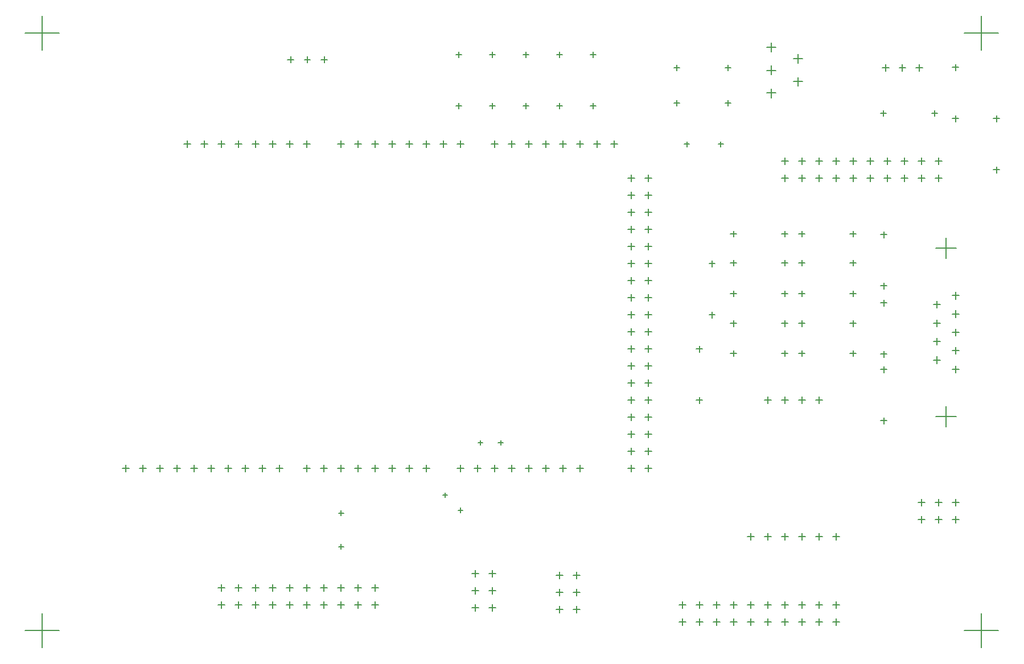
<source format=gbr>
G04 Layer_Color=128*
%FSLAX23Y23*%
%MOIN*%
%TF.FileFunction,Drillmap*%
%TF.Part,Single*%
G01*
G75*
%TA.AperFunction,NonConductor*%
%ADD52C,0.005*%
D52*
X1150Y4750D02*
X1350D01*
X1250Y4650D02*
Y4850D01*
X6650Y4750D02*
X6850D01*
X6750Y4650D02*
Y4850D01*
X6650Y1250D02*
X6850D01*
X6750Y1150D02*
Y1350D01*
X1150Y1250D02*
X1350D01*
X1250Y1150D02*
Y1350D01*
X3871Y4626D02*
X3905D01*
X3888Y4609D02*
Y4643D01*
X3871Y4326D02*
X3905D01*
X3888Y4309D02*
Y4343D01*
X4462Y4326D02*
X4495D01*
X4478Y4309D02*
Y4343D01*
X4462Y4626D02*
X4495D01*
X4478Y4609D02*
Y4643D01*
X4265Y4326D02*
X4298D01*
X4281Y4309D02*
Y4343D01*
X4265Y4626D02*
X4298D01*
X4281Y4609D02*
Y4643D01*
X4068Y4326D02*
X4101D01*
X4085Y4309D02*
Y4343D01*
X4068Y4626D02*
X4101D01*
X4085Y4609D02*
Y4643D01*
X6462Y4281D02*
X6495D01*
X6479Y4265D02*
Y4298D01*
X6162Y4281D02*
X6195D01*
X6179Y4265D02*
Y4298D01*
X6583Y4550D02*
X6617D01*
X6600Y4533D02*
Y4567D01*
X6583Y4250D02*
X6617D01*
X6600Y4233D02*
Y4267D01*
X6823Y4250D02*
X6857D01*
X6840Y4233D02*
Y4267D01*
X6823Y3950D02*
X6857D01*
X6840Y3933D02*
Y3967D01*
X5251Y4547D02*
X5285D01*
X5268Y4531D02*
Y4564D01*
X4951Y4547D02*
X4985D01*
X4968Y4531D02*
Y4564D01*
X4951Y4341D02*
X4985D01*
X4968Y4324D02*
Y4357D01*
X5251Y4341D02*
X5285D01*
X5268Y4324D02*
Y4357D01*
X5013Y4100D02*
X5043D01*
X5028Y4085D02*
Y4115D01*
X5210Y4100D02*
X5240D01*
X5225Y4085D02*
Y4115D01*
X3869Y1385D02*
X3909D01*
X3889Y1365D02*
Y1405D01*
X3769Y1385D02*
X3809D01*
X3789Y1365D02*
Y1405D01*
X3869Y1485D02*
X3909D01*
X3889Y1465D02*
Y1505D01*
X3769Y1485D02*
X3809D01*
X3789Y1465D02*
Y1505D01*
X3869Y1585D02*
X3909D01*
X3889Y1565D02*
Y1605D01*
X3769Y1585D02*
X3809D01*
X3789Y1565D02*
Y1605D01*
X6380Y1900D02*
X6420D01*
X6400Y1880D02*
Y1920D01*
X6380Y2000D02*
X6420D01*
X6400Y1980D02*
Y2020D01*
X6480Y1900D02*
X6520D01*
X6500Y1880D02*
Y1920D01*
X6480Y2000D02*
X6520D01*
X6500Y1980D02*
Y2020D01*
X6580Y1900D02*
X6620D01*
X6600Y1880D02*
Y1920D01*
X6580Y2000D02*
X6620D01*
X6600Y1980D02*
Y2020D01*
X5580Y3900D02*
X5620D01*
X5600Y3880D02*
Y3920D01*
X5580Y4000D02*
X5620D01*
X5600Y3980D02*
Y4020D01*
X5680Y3900D02*
X5720D01*
X5700Y3880D02*
Y3920D01*
X5680Y4000D02*
X5720D01*
X5700Y3980D02*
Y4020D01*
X5780Y3900D02*
X5820D01*
X5800Y3880D02*
Y3920D01*
X5780Y4000D02*
X5820D01*
X5800Y3980D02*
Y4020D01*
X5880Y3900D02*
X5920D01*
X5900Y3880D02*
Y3920D01*
X5880Y4000D02*
X5920D01*
X5900Y3980D02*
Y4020D01*
X5980Y3900D02*
X6020D01*
X6000Y3880D02*
Y3920D01*
X5980Y4000D02*
X6020D01*
X6000Y3980D02*
Y4020D01*
X6080Y3900D02*
X6120D01*
X6100Y3880D02*
Y3920D01*
X6080Y4000D02*
X6120D01*
X6100Y3980D02*
Y4020D01*
X6180Y3900D02*
X6220D01*
X6200Y3880D02*
Y3920D01*
X6180Y4000D02*
X6220D01*
X6200Y3980D02*
Y4020D01*
X6280Y3900D02*
X6320D01*
X6300Y3880D02*
Y3920D01*
X6280Y4000D02*
X6320D01*
X6300Y3980D02*
Y4020D01*
X6380Y3900D02*
X6420D01*
X6400Y3880D02*
Y3920D01*
X6380Y4000D02*
X6420D01*
X6400Y3980D02*
Y4020D01*
X6480Y3900D02*
X6520D01*
X6500Y3880D02*
Y3920D01*
X6480Y4000D02*
X6520D01*
X6500Y3980D02*
Y4020D01*
X5880Y1400D02*
X5920D01*
X5900Y1380D02*
Y1420D01*
X5880Y1300D02*
X5920D01*
X5900Y1280D02*
Y1320D01*
X5780Y1400D02*
X5820D01*
X5800Y1380D02*
Y1420D01*
X5780Y1300D02*
X5820D01*
X5800Y1280D02*
Y1320D01*
X5680Y1400D02*
X5720D01*
X5700Y1380D02*
Y1420D01*
X5680Y1300D02*
X5720D01*
X5700Y1280D02*
Y1320D01*
X5580Y1400D02*
X5620D01*
X5600Y1380D02*
Y1420D01*
X5580Y1300D02*
X5620D01*
X5600Y1280D02*
Y1320D01*
X5480Y1400D02*
X5520D01*
X5500Y1380D02*
Y1420D01*
X5480Y1300D02*
X5520D01*
X5500Y1280D02*
Y1320D01*
X5380Y1400D02*
X5420D01*
X5400Y1380D02*
Y1420D01*
X5380Y1300D02*
X5420D01*
X5400Y1280D02*
Y1320D01*
X5280Y1400D02*
X5320D01*
X5300Y1380D02*
Y1420D01*
X5280Y1300D02*
X5320D01*
X5300Y1280D02*
Y1320D01*
X5180Y1400D02*
X5220D01*
X5200Y1380D02*
Y1420D01*
X5180Y1300D02*
X5220D01*
X5200Y1280D02*
Y1320D01*
X5080Y1400D02*
X5120D01*
X5100Y1380D02*
Y1420D01*
X5080Y1300D02*
X5120D01*
X5100Y1280D02*
Y1320D01*
X4980Y1400D02*
X5020D01*
X5000Y1380D02*
Y1420D01*
X4980Y1300D02*
X5020D01*
X5000Y1280D02*
Y1320D01*
X6163Y2480D02*
X6197D01*
X6180Y2463D02*
Y2497D01*
X6163Y2780D02*
X6197D01*
X6180Y2763D02*
Y2797D01*
X5983Y3225D02*
X6017D01*
X6000Y3208D02*
Y3242D01*
X5683Y3225D02*
X5717D01*
X5700Y3208D02*
Y3242D01*
X5583Y3225D02*
X5617D01*
X5600Y3208D02*
Y3242D01*
X5283Y3225D02*
X5317D01*
X5300Y3208D02*
Y3242D01*
X6163Y3170D02*
X6197D01*
X6180Y3153D02*
Y3187D01*
X6163Y2870D02*
X6197D01*
X6180Y2853D02*
Y2887D01*
X5983Y3405D02*
X6017D01*
X6000Y3388D02*
Y3422D01*
X5683Y3405D02*
X5717D01*
X5700Y3388D02*
Y3422D01*
X5583Y3405D02*
X5617D01*
X5600Y3388D02*
Y3422D01*
X5283Y3405D02*
X5317D01*
X5300Y3388D02*
Y3422D01*
X6163Y3570D02*
X6197D01*
X6180Y3553D02*
Y3587D01*
X6163Y3270D02*
X6197D01*
X6180Y3253D02*
Y3287D01*
X5983Y3575D02*
X6017D01*
X6000Y3558D02*
Y3592D01*
X5683Y3575D02*
X5717D01*
X5700Y3558D02*
Y3592D01*
X5583Y3575D02*
X5617D01*
X5600Y3558D02*
Y3592D01*
X5283Y3575D02*
X5317D01*
X5300Y3558D02*
Y3592D01*
X2886Y4596D02*
X2921D01*
X2904Y4579D02*
Y4614D01*
X2787Y4596D02*
X2823D01*
X2805Y4579D02*
Y4614D01*
X2689Y4596D02*
X2724D01*
X2707Y4579D02*
Y4614D01*
X3674Y4626D02*
X3708D01*
X3691Y4609D02*
Y4643D01*
X3674Y4326D02*
X3708D01*
X3691Y4309D02*
Y4343D01*
X2987Y1939D02*
X3017D01*
X3002Y1924D02*
Y1954D01*
X2987Y1742D02*
X3017D01*
X3002Y1727D02*
Y1757D01*
X2980Y4100D02*
X3020D01*
X3000Y4080D02*
Y4120D01*
X3080Y4100D02*
X3120D01*
X3100Y4080D02*
Y4120D01*
X3180Y4100D02*
X3220D01*
X3200Y4080D02*
Y4120D01*
X3280Y4100D02*
X3320D01*
X3300Y4080D02*
Y4120D01*
X3380Y4100D02*
X3420D01*
X3400Y4080D02*
Y4120D01*
X3480Y4100D02*
X3520D01*
X3500Y4080D02*
Y4120D01*
X3580Y4100D02*
X3620D01*
X3600Y4080D02*
Y4120D01*
X3680Y4100D02*
X3720D01*
X3700Y4080D02*
Y4120D01*
X3880Y4100D02*
X3920D01*
X3900Y4080D02*
Y4120D01*
X3980Y4100D02*
X4020D01*
X4000Y4080D02*
Y4120D01*
X4080Y4100D02*
X4120D01*
X4100Y4080D02*
Y4120D01*
X4180Y4100D02*
X4220D01*
X4200Y4080D02*
Y4120D01*
X4280Y4100D02*
X4320D01*
X4300Y4080D02*
Y4120D01*
X4380Y4100D02*
X4420D01*
X4400Y4080D02*
Y4120D01*
X4480Y4100D02*
X4520D01*
X4500Y4080D02*
Y4120D01*
X4580Y4100D02*
X4620D01*
X4600Y4080D02*
Y4120D01*
X2080Y4100D02*
X2120D01*
X2100Y4080D02*
Y4120D01*
X2180Y4100D02*
X2220D01*
X2200Y4080D02*
Y4120D01*
X2280Y4100D02*
X2320D01*
X2300Y4080D02*
Y4120D01*
X2380Y4100D02*
X2420D01*
X2400Y4080D02*
Y4120D01*
X2480Y4100D02*
X2520D01*
X2500Y4080D02*
Y4120D01*
X2580Y4100D02*
X2620D01*
X2600Y4080D02*
Y4120D01*
X2680Y4100D02*
X2720D01*
X2700Y4080D02*
Y4120D01*
X2780Y4100D02*
X2820D01*
X2800Y4080D02*
Y4120D01*
X3680Y2200D02*
X3720D01*
X3700Y2180D02*
Y2220D01*
X3780Y2200D02*
X3820D01*
X3800Y2180D02*
Y2220D01*
X3880Y2200D02*
X3920D01*
X3900Y2180D02*
Y2220D01*
X3980Y2200D02*
X4020D01*
X4000Y2180D02*
Y2220D01*
X4080Y2200D02*
X4120D01*
X4100Y2180D02*
Y2220D01*
X4180Y2200D02*
X4220D01*
X4200Y2180D02*
Y2220D01*
X4280Y2200D02*
X4320D01*
X4300Y2180D02*
Y2220D01*
X4380Y2200D02*
X4420D01*
X4400Y2180D02*
Y2220D01*
X2780Y2200D02*
X2820D01*
X2800Y2180D02*
Y2220D01*
X2880Y2200D02*
X2920D01*
X2900Y2180D02*
Y2220D01*
X2980Y2200D02*
X3020D01*
X3000Y2180D02*
Y2220D01*
X3080Y2200D02*
X3120D01*
X3100Y2180D02*
Y2220D01*
X3180Y2200D02*
X3220D01*
X3200Y2180D02*
Y2220D01*
X3280Y2200D02*
X3320D01*
X3300Y2180D02*
Y2220D01*
X3380Y2200D02*
X3420D01*
X3400Y2180D02*
Y2220D01*
X3480Y2200D02*
X3520D01*
X3500Y2180D02*
Y2220D01*
X2620Y2200D02*
X2660D01*
X2640Y2180D02*
Y2220D01*
X2520Y2200D02*
X2560D01*
X2540Y2180D02*
Y2220D01*
X2420Y2200D02*
X2460D01*
X2440Y2180D02*
Y2220D01*
X2320Y2200D02*
X2360D01*
X2340Y2180D02*
Y2220D01*
X2220Y2200D02*
X2260D01*
X2240Y2180D02*
Y2220D01*
X2120Y2200D02*
X2160D01*
X2140Y2180D02*
Y2220D01*
X2020Y2200D02*
X2060D01*
X2040Y2180D02*
Y2220D01*
X1920Y2200D02*
X1960D01*
X1940Y2180D02*
Y2220D01*
X1820Y2200D02*
X1860D01*
X1840Y2180D02*
Y2220D01*
X1720Y2200D02*
X1760D01*
X1740Y2180D02*
Y2220D01*
X4680Y2200D02*
X4720D01*
X4700Y2180D02*
Y2220D01*
X4780Y2200D02*
X4820D01*
X4800Y2180D02*
Y2220D01*
X4680Y2300D02*
X4720D01*
X4700Y2280D02*
Y2320D01*
X4780Y2300D02*
X4820D01*
X4800Y2280D02*
Y2320D01*
X4680Y2400D02*
X4720D01*
X4700Y2380D02*
Y2420D01*
X4780Y2400D02*
X4820D01*
X4800Y2380D02*
Y2420D01*
X4680Y2500D02*
X4720D01*
X4700Y2480D02*
Y2520D01*
X4780Y2500D02*
X4820D01*
X4800Y2480D02*
Y2520D01*
X4680Y2600D02*
X4720D01*
X4700Y2580D02*
Y2620D01*
X4780Y2600D02*
X4820D01*
X4800Y2580D02*
Y2620D01*
X4680Y2700D02*
X4720D01*
X4700Y2680D02*
Y2720D01*
X4780Y2700D02*
X4820D01*
X4800Y2680D02*
Y2720D01*
X4680Y2800D02*
X4720D01*
X4700Y2780D02*
Y2820D01*
X4780Y2800D02*
X4820D01*
X4800Y2780D02*
Y2820D01*
X4680Y2900D02*
X4720D01*
X4700Y2880D02*
Y2920D01*
X4780Y2900D02*
X4820D01*
X4800Y2880D02*
Y2920D01*
X4680Y3000D02*
X4720D01*
X4700Y2980D02*
Y3020D01*
X4780Y3000D02*
X4820D01*
X4800Y2980D02*
Y3020D01*
X4680Y3100D02*
X4720D01*
X4700Y3080D02*
Y3120D01*
X4780Y3100D02*
X4820D01*
X4800Y3080D02*
Y3120D01*
X4680Y3200D02*
X4720D01*
X4700Y3180D02*
Y3220D01*
X4780Y3200D02*
X4820D01*
X4800Y3180D02*
Y3220D01*
X4680Y3300D02*
X4720D01*
X4700Y3280D02*
Y3320D01*
X4780Y3300D02*
X4820D01*
X4800Y3280D02*
Y3320D01*
X4680Y3400D02*
X4720D01*
X4700Y3380D02*
Y3420D01*
X4780Y3400D02*
X4820D01*
X4800Y3380D02*
Y3420D01*
X4680Y3500D02*
X4720D01*
X4700Y3480D02*
Y3520D01*
X4780Y3500D02*
X4820D01*
X4800Y3480D02*
Y3520D01*
X4680Y3600D02*
X4720D01*
X4700Y3580D02*
Y3620D01*
X4780Y3600D02*
X4820D01*
X4800Y3580D02*
Y3620D01*
X4680Y3700D02*
X4720D01*
X4700Y3680D02*
Y3720D01*
X4780Y3700D02*
X4820D01*
X4800Y3680D02*
Y3720D01*
X4680Y3800D02*
X4720D01*
X4700Y3780D02*
Y3820D01*
X4780Y3800D02*
X4820D01*
X4800Y3780D02*
Y3820D01*
X4680Y3900D02*
X4720D01*
X4700Y3880D02*
Y3920D01*
X4780Y3900D02*
X4820D01*
X4800Y3880D02*
Y3920D01*
X6470Y3160D02*
X6510D01*
X6490Y3140D02*
Y3180D01*
X6470Y3052D02*
X6510D01*
X6490Y3032D02*
Y3073D01*
X6470Y2944D02*
X6510D01*
X6490Y2924D02*
Y2965D01*
X6581Y3214D02*
X6622D01*
X6602Y3193D02*
Y3234D01*
X6581Y3106D02*
X6622D01*
X6602Y3086D02*
Y3127D01*
X6581Y2998D02*
X6622D01*
X6602Y2978D02*
Y3019D01*
X6581Y2890D02*
X6622D01*
X6602Y2870D02*
Y2911D01*
X6486Y2506D02*
X6606D01*
X6546Y2446D02*
Y2566D01*
X6486Y3490D02*
X6606D01*
X6546Y3430D02*
Y3550D01*
X6581Y2782D02*
X6622D01*
X6602Y2762D02*
Y2803D01*
X6470Y2836D02*
X6510D01*
X6490Y2816D02*
Y2857D01*
X4361Y1375D02*
X4402D01*
X4381Y1355D02*
Y1395D01*
X4261Y1375D02*
X4302D01*
X4281Y1355D02*
Y1395D01*
X4361Y1475D02*
X4402D01*
X4381Y1455D02*
Y1495D01*
X4261Y1475D02*
X4302D01*
X4281Y1455D02*
Y1495D01*
X4361Y1575D02*
X4402D01*
X4381Y1555D02*
Y1595D01*
X4261Y1575D02*
X4302D01*
X4281Y1555D02*
Y1595D01*
X2280Y1400D02*
X2320D01*
X2300Y1380D02*
Y1420D01*
X2280Y1500D02*
X2320D01*
X2300Y1480D02*
Y1520D01*
X2380Y1400D02*
X2420D01*
X2400Y1380D02*
Y1420D01*
X2380Y1500D02*
X2420D01*
X2400Y1480D02*
Y1520D01*
X2480Y1400D02*
X2520D01*
X2500Y1380D02*
Y1420D01*
X2480Y1500D02*
X2520D01*
X2500Y1480D02*
Y1520D01*
X2580Y1400D02*
X2620D01*
X2600Y1380D02*
Y1420D01*
X2580Y1500D02*
X2620D01*
X2600Y1480D02*
Y1520D01*
X2680Y1400D02*
X2720D01*
X2700Y1380D02*
Y1420D01*
X2680Y1500D02*
X2720D01*
X2700Y1480D02*
Y1520D01*
X2780Y1400D02*
X2820D01*
X2800Y1380D02*
Y1420D01*
X2780Y1500D02*
X2820D01*
X2800Y1480D02*
Y1520D01*
X2880Y1400D02*
X2920D01*
X2900Y1380D02*
Y1420D01*
X2880Y1500D02*
X2920D01*
X2900Y1480D02*
Y1520D01*
X2980Y1400D02*
X3020D01*
X3000Y1380D02*
Y1420D01*
X2980Y1500D02*
X3020D01*
X3000Y1480D02*
Y1520D01*
X3080Y1400D02*
X3120D01*
X3100Y1380D02*
Y1420D01*
X3080Y1500D02*
X3120D01*
X3100Y1480D02*
Y1520D01*
X3180Y1400D02*
X3220D01*
X3200Y1380D02*
Y1420D01*
X3180Y1500D02*
X3220D01*
X3200Y1480D02*
Y1520D01*
X5495Y4667D02*
X5548D01*
X5522Y4641D02*
Y4694D01*
X5653Y4600D02*
X5706D01*
X5679Y4574D02*
Y4627D01*
X5495Y4533D02*
X5548D01*
X5522Y4507D02*
Y4560D01*
X5653Y4467D02*
X5706D01*
X5679Y4440D02*
Y4493D01*
X5495Y4400D02*
X5548D01*
X5522Y4373D02*
Y4426D01*
X6171Y4547D02*
X6211D01*
X6191Y4528D02*
Y4567D01*
X6270Y4547D02*
X6309D01*
X6289Y4528D02*
Y4567D01*
X6368Y4547D02*
X6407D01*
X6388Y4528D02*
Y4567D01*
X5480Y2600D02*
X5520D01*
X5500Y2580D02*
Y2620D01*
X5580Y2600D02*
X5620D01*
X5600Y2580D02*
Y2620D01*
X5680Y2600D02*
X5720D01*
X5700Y2580D02*
Y2620D01*
X5780Y2600D02*
X5820D01*
X5800Y2580D02*
Y2620D01*
X5380Y1800D02*
X5420D01*
X5400Y1780D02*
Y1820D01*
X5480Y1800D02*
X5520D01*
X5500Y1780D02*
Y1820D01*
X5580Y1800D02*
X5620D01*
X5600Y1780D02*
Y1820D01*
X5680Y1800D02*
X5720D01*
X5700Y1780D02*
Y1820D01*
X5780Y1800D02*
X5820D01*
X5800Y1780D02*
Y1820D01*
X5880Y1800D02*
X5920D01*
X5900Y1780D02*
Y1820D01*
X5283Y3050D02*
X5317D01*
X5300Y3033D02*
Y3067D01*
X5583Y3050D02*
X5617D01*
X5600Y3033D02*
Y3067D01*
X5683Y3050D02*
X5717D01*
X5700Y3033D02*
Y3067D01*
X5983Y3050D02*
X6017D01*
X6000Y3033D02*
Y3067D01*
X5158Y3400D02*
X5192D01*
X5175Y3383D02*
Y3417D01*
X5158Y3100D02*
X5192D01*
X5175Y3083D02*
Y3117D01*
X5083Y2600D02*
X5117D01*
X5100Y2583D02*
Y2617D01*
X5083Y2900D02*
X5117D01*
X5100Y2883D02*
Y2917D01*
X5283Y2875D02*
X5317D01*
X5300Y2858D02*
Y2892D01*
X5583Y2875D02*
X5617D01*
X5600Y2858D02*
Y2892D01*
X5683Y2875D02*
X5717D01*
X5700Y2858D02*
Y2892D01*
X5983Y2875D02*
X6017D01*
X6000Y2858D02*
Y2892D01*
X3805Y2352D02*
X3833D01*
X3819Y2338D02*
Y2366D01*
X3923Y2352D02*
X3951D01*
X3937Y2338D02*
Y2366D01*
X3687Y1956D02*
X3715D01*
X3701Y1942D02*
Y1970D01*
X3598Y2044D02*
X3626D01*
X3612Y2030D02*
Y2058D01*
%TF.MD5,7d1dda764b71768a3be78f3fa4b8f0f6*%
M02*

</source>
